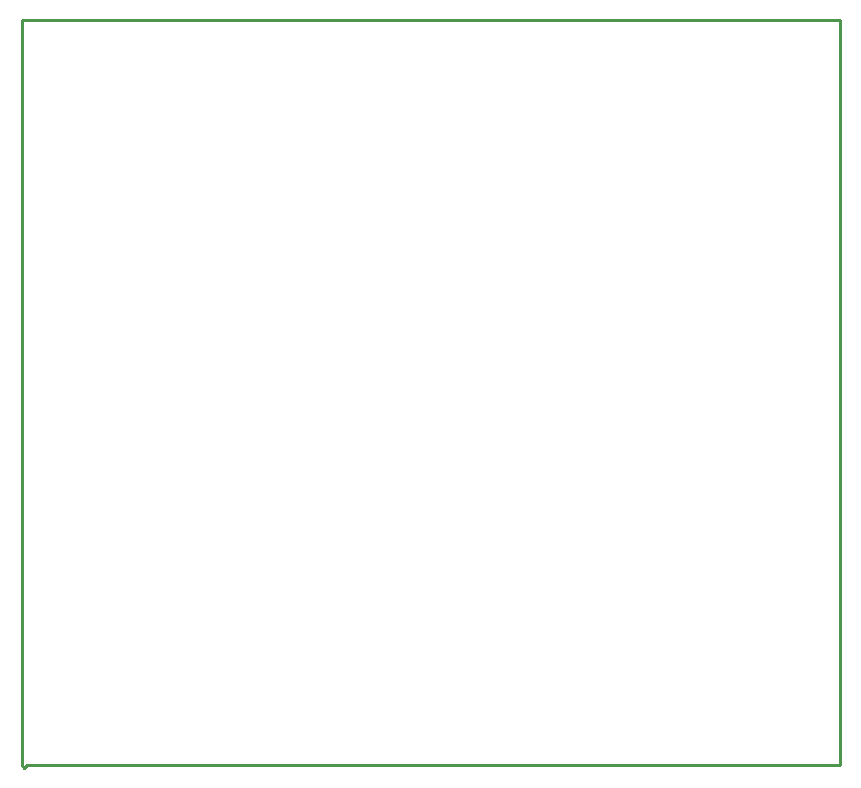
<source format=gbr>
%TF.GenerationSoftware,Altium Limited,Altium Designer,18.1.11 (251)*%
G04 Layer_Color=8421504*
%FSLAX45Y45*%
%MOMM*%
%TF.FileFunction,Paste,Top*%
%TF.Part,Single*%
G01*
G75*
%TA.AperFunction,NonConductor*%
%ADD44C,0.25400*%
D44*
X730250Y82550D02*
X749300Y101600D01*
X7632700D01*
Y6413500D01*
X711200D01*
Y101600D01*
X730250Y82550D01*
%TF.MD5,424e5ee68039a8527f5cba488c36b323*%
M02*

</source>
